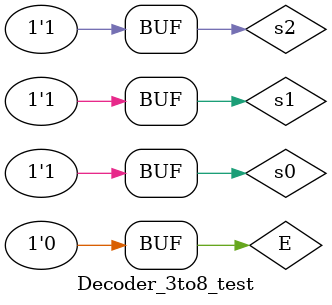
<source format=v>
module Decoder_3to8_test;

wire D0,D1, D2 , D3, D4,D5,D6,D7;
reg s0 , s1, s2,E;

Decoder_3to8 U1(s0 , s1, s2,E,D0,D1, D2 , D3, D4,D5,D6,D7);

initial begin
s0=0;
s1=0;
s2=0;
E=0;

#10;
s0=1;

#10;
E=1;

#10;
s2=1;


#10;
s1=1;


#20;
E=0;

end

endmodule

</source>
